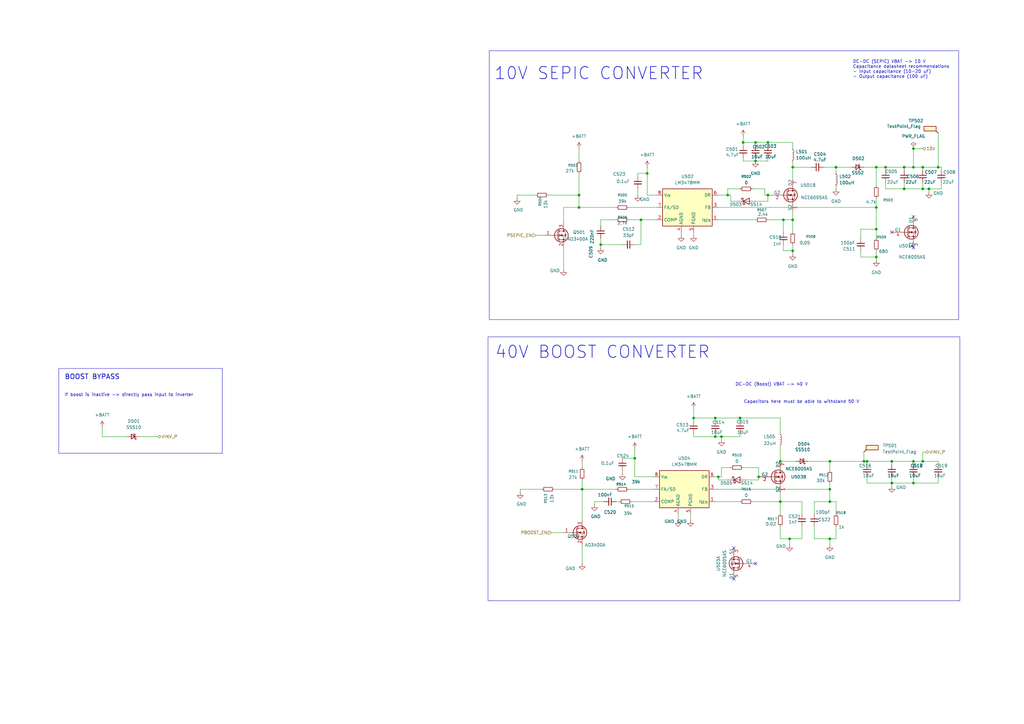
<source format=kicad_sch>
(kicad_sch (version 20250114) (generator "eeschema") (generator_version "9.0")
  (paper "A3")
  (rectangle (start 200.152 138.176) (end 393.7 246.38))
  (rectangle (start 200.66 20.828) (end 393.192 131.064))
  (rectangle (start 24.13 151.13) (end 91.186 185.928))
  (text "DC-DC (Boost) VBAT -> 40 V" (at 316.484 157.734 0) (effects (font (size 1.27 1.27))))
  (text "DC-DC (SEPIC) VBAT -> 10 V\nCapacitance datasheet recommendations\n- Input capacitance (10-20 uF)\n- Output capacitance (100 uF) " (at 349.758 28.448 0) (effects (font (size 1.27 1.27)) (justify left)))
  (text "10V SEPIC CONVERTER" (at 245.618 30.226 0) (effects (font (size 5 5) (thickness 0.254) (bold yes))))
  (text "Capacitors here must be able to withstand 50 V" (at 305.054 164.846 0) (effects (font (size 1.27 1.27)) (justify left)))
  (text "40V BOOST CONVERTER" (at 247.142 144.526 0) (effects (font (size 5 5) (thickness 0.254) (bold yes))))
  (text "If boost is inactive -> directly pass input to inverter" (at 26.416 162.052 0) (effects (font (size 1.27 1.27) (thickness 0.1588)) (justify left)))
  (text "BOOST BYPASS" (at 37.846 154.686 0) (effects (font (size 2 2) (thickness 0.254) (bold yes))))
  (junction (at 237.49 85.09))
  (junction (at 365.76 198.12))
  (junction (at 237.49 80.01))
  (junction (at 320.04 205.74))
  (junction (at 293.37 179.07))
  (junction (at 374.65 68.58))
  (junction (at 321.31 90.17))
  (junction (at 374.65 198.12))
  (junction (at 325.12 102.87))
  (junction (at 363.22 68.58))
  (junction (at 354.33 189.23))
  (junction (at 314.96 80.01))
  (junction (at 359.41 105.41))
  (junction (at 293.37 171.45))
  (junction (at 325.12 68.58))
  (junction (at 381 77.47))
  (junction (at 303.53 171.45))
  (junction (at 378.46 77.47))
  (junction (at 246.38 100.33))
  (junction (at 359.41 93.98))
  (junction (at 374.65 189.23))
  (junction (at 309.88 66.04))
  (junction (at 340.36 205.74))
  (junction (at 314.96 58.42))
  (junction (at 342.9 68.58))
  (junction (at 359.41 85.09))
  (junction (at 340.36 220.98))
  (junction (at 340.36 200.66))
  (junction (at 304.8 58.42))
  (junction (at 370.84 68.58))
  (junction (at 378.46 68.58))
  (junction (at 365.76 189.23))
  (junction (at 340.36 189.23))
  (junction (at 355.6 189.23))
  (junction (at 284.48 171.45))
  (junction (at 260.35 187.96))
  (junction (at 378.46 189.23))
  (junction (at 294.64 195.58))
  (junction (at 238.76 200.66))
  (junction (at 359.41 68.58))
  (junction (at 298.45 80.01))
  (junction (at 262.89 90.17))
  (junction (at 295.91 179.07))
  (junction (at 370.84 77.47))
  (junction (at 374.65 60.96))
  (junction (at 265.43 71.12))
  (junction (at 323.85 220.98))
  (junction (at 325.12 90.17))
  (junction (at 320.04 189.23))
  (junction (at 384.81 68.58))
  (junction (at 309.88 58.42))
  (junction (at 311.15 195.58))
  (no_connect (at 309.88 231.14))
  (no_connect (at 374.65 101.6))
  (no_connect (at 365.76 95.25))
  (no_connect (at 300.99 224.79))
  (no_connect (at 374.65 88.9))
  (no_connect (at 300.99 237.49))
  (wire (pts (xy 386.08 77.47) (xy 381 77.47)))
  (wire (pts (xy 325.12 60.96) (xy 325.12 58.42)))
  (wire (pts (xy 340.36 198.12) (xy 340.36 200.66)))
  (wire (pts (xy 261.62 71.12) (xy 265.43 71.12)))
  (wire (pts (xy 378.46 185.42) (xy 378.46 189.23)))
  (wire (pts (xy 384.81 54.61) (xy 384.81 68.58)))
  (wire (pts (xy 257.81 85.09) (xy 269.24 85.09)))
  (wire (pts (xy 294.64 195.58) (xy 294.64 196.85)))
  (wire (pts (xy 384.81 190.5) (xy 384.81 189.23)))
  (wire (pts (xy 238.76 231.14) (xy 238.76 223.52)))
  (wire (pts (xy 359.41 81.28) (xy 359.41 85.09)))
  (wire (pts (xy 237.49 85.09) (xy 252.73 85.09)))
  (wire (pts (xy 231.14 101.6) (xy 231.14 110.49)))
  (wire (pts (xy 41.91 175.26) (xy 41.91 179.07)))
  (wire (pts (xy 355.6 195.58) (xy 355.6 198.12)))
  (wire (pts (xy 293.37 195.58) (xy 294.64 195.58)))
  (wire (pts (xy 359.41 85.09) (xy 359.41 93.98)))
  (wire (pts (xy 325.12 66.04) (xy 325.12 68.58)))
  (wire (pts (xy 340.36 220.98) (xy 340.36 223.52)))
  (wire (pts (xy 246.38 92.71) (xy 246.38 90.17)))
  (wire (pts (xy 378.46 68.58) (xy 378.46 69.85)))
  (wire (pts (xy 243.84 205.74) (xy 247.65 205.74)))
  (wire (pts (xy 309.88 58.42) (xy 314.96 58.42)))
  (wire (pts (xy 359.41 68.58) (xy 363.22 68.58)))
  (wire (pts (xy 334.01 210.82) (xy 334.01 205.74)))
  (wire (pts (xy 381 77.47) (xy 378.46 77.47)))
  (wire (pts (xy 328.93 205.74) (xy 328.93 210.82)))
  (wire (pts (xy 386.08 69.85) (xy 386.08 68.58)))
  (wire (pts (xy 246.38 100.33) (xy 255.27 100.33)))
  (wire (pts (xy 293.37 200.66) (xy 340.36 200.66)))
  (wire (pts (xy 265.43 80.01) (xy 269.24 80.01)))
  (wire (pts (xy 293.37 171.45) (xy 293.37 172.72)))
  (wire (pts (xy 359.41 105.41) (xy 359.41 106.68)))
  (wire (pts (xy 265.43 68.58) (xy 265.43 71.12)))
  (wire (pts (xy 321.31 90.17) (xy 321.31 95.25)))
  (wire (pts (xy 303.53 179.07) (xy 303.53 177.8)))
  (wire (pts (xy 295.91 191.77) (xy 295.91 195.58)))
  (wire (pts (xy 320.04 189.23) (xy 326.39 189.23)))
  (wire (pts (xy 262.89 100.33) (xy 260.35 100.33)))
  (wire (pts (xy 378.46 189.23) (xy 384.81 189.23)))
  (wire (pts (xy 355.6 189.23) (xy 365.76 189.23)))
  (wire (pts (xy 370.84 68.58) (xy 370.84 69.85)))
  (wire (pts (xy 323.85 220.98) (xy 323.85 223.52)))
  (wire (pts (xy 294.64 90.17) (xy 309.88 90.17)))
  (wire (pts (xy 284.48 171.45) (xy 284.48 172.72)))
  (wire (pts (xy 306.07 196.85) (xy 311.15 196.85)))
  (wire (pts (xy 374.65 190.5) (xy 374.65 189.23)))
  (wire (pts (xy 303.53 172.72) (xy 303.53 171.45)))
  (wire (pts (xy 359.41 102.87) (xy 359.41 105.41)))
  (wire (pts (xy 302.26 82.55) (xy 299.72 82.55)))
  (wire (pts (xy 41.91 179.07) (xy 52.07 179.07)))
  (wire (pts (xy 262.89 90.17) (xy 262.89 100.33)))
  (wire (pts (xy 378.46 68.58) (xy 374.65 68.58)))
  (wire (pts (xy 304.8 66.04) (xy 304.8 64.77)))
  (wire (pts (xy 340.36 189.23) (xy 340.36 193.04)))
  (wire (pts (xy 374.65 195.58) (xy 374.65 198.12)))
  (wire (pts (xy 365.76 189.23) (xy 374.65 189.23)))
  (wire (pts (xy 325.12 100.33) (xy 325.12 102.87)))
  (wire (pts (xy 237.49 85.09) (xy 237.49 80.01)))
  (wire (pts (xy 325.12 68.58) (xy 332.74 68.58)))
  (wire (pts (xy 293.37 179.07) (xy 293.37 177.8)))
  (wire (pts (xy 334.01 220.98) (xy 340.36 220.98)))
  (wire (pts (xy 313.69 80.01) (xy 314.96 80.01)))
  (wire (pts (xy 353.06 97.79) (xy 353.06 93.98)))
  (wire (pts (xy 320.04 205.74) (xy 328.93 205.74)))
  (wire (pts (xy 337.82 68.58) (xy 342.9 68.58)))
  (wire (pts (xy 243.84 207.01) (xy 243.84 205.74)))
  (wire (pts (xy 246.38 100.33) (xy 246.38 101.6)))
  (wire (pts (xy 226.06 218.44) (xy 231.14 218.44)))
  (wire (pts (xy 238.76 213.36) (xy 238.76 200.66)))
  (wire (pts (xy 355.6 198.12) (xy 365.76 198.12)))
  (wire (pts (xy 304.8 66.04) (xy 309.88 66.04)))
  (wire (pts (xy 342.9 76.2) (xy 342.9 77.47)))
  (wire (pts (xy 386.08 74.93) (xy 386.08 77.47)))
  (wire (pts (xy 342.9 205.74) (xy 342.9 210.82)))
  (wire (pts (xy 278.13 210.82) (xy 278.13 213.36)))
  (wire (pts (xy 309.88 58.42) (xy 309.88 59.69)))
  (wire (pts (xy 384.81 198.12) (xy 374.65 198.12)))
  (wire (pts (xy 354.33 185.42) (xy 354.33 189.23)))
  (wire (pts (xy 325.12 86.36) (xy 325.12 90.17)))
  (wire (pts (xy 304.8 191.77) (xy 311.15 191.77)))
  (wire (pts (xy 295.91 191.77) (xy 299.72 191.77)))
  (wire (pts (xy 284.48 171.45) (xy 293.37 171.45)))
  (wire (pts (xy 219.71 96.52) (xy 223.52 96.52)))
  (wire (pts (xy 313.69 77.47) (xy 308.61 77.47)))
  (wire (pts (xy 363.22 68.58) (xy 370.84 68.58)))
  (wire (pts (xy 365.76 199.39) (xy 365.76 198.12)))
  (wire (pts (xy 309.88 66.04) (xy 309.88 64.77)))
  (wire (pts (xy 257.81 200.66) (xy 267.97 200.66)))
  (wire (pts (xy 257.81 90.17) (xy 262.89 90.17)))
  (wire (pts (xy 255.27 194.31) (xy 255.27 193.04)))
  (wire (pts (xy 342.9 205.74) (xy 340.36 205.74)))
  (wire (pts (xy 359.41 68.58) (xy 359.41 76.2)))
  (wire (pts (xy 353.06 93.98) (xy 359.41 93.98)))
  (wire (pts (xy 57.15 179.07) (xy 64.77 179.07)))
  (wire (pts (xy 261.62 71.12) (xy 261.62 72.39)))
  (wire (pts (xy 284.48 167.64) (xy 284.48 171.45)))
  (wire (pts (xy 231.14 85.09) (xy 237.49 85.09)))
  (wire (pts (xy 314.96 59.69) (xy 314.96 58.42)))
  (wire (pts (xy 260.35 187.96) (xy 260.35 195.58)))
  (wire (pts (xy 320.04 201.93) (xy 320.04 205.74)))
  (wire (pts (xy 246.38 90.17) (xy 252.73 90.17)))
  (wire (pts (xy 325.12 102.87) (xy 325.12 104.14)))
  (wire (pts (xy 321.31 100.33) (xy 321.31 102.87)))
  (wire (pts (xy 309.88 66.04) (xy 314.96 66.04)))
  (wire (pts (xy 259.08 205.74) (xy 267.97 205.74)))
  (wire (pts (xy 238.76 200.66) (xy 252.73 200.66)))
  (wire (pts (xy 303.53 77.47) (xy 298.45 77.47)))
  (wire (pts (xy 320.04 182.88) (xy 320.04 189.23)))
  (wire (pts (xy 304.8 58.42) (xy 309.88 58.42)))
  (wire (pts (xy 384.81 195.58) (xy 384.81 198.12)))
  (wire (pts (xy 260.35 184.15) (xy 260.35 187.96)))
  (wire (pts (xy 325.12 68.58) (xy 325.12 73.66)))
  (wire (pts (xy 378.46 74.93) (xy 378.46 77.47)))
  (wire (pts (xy 374.65 189.23) (xy 378.46 189.23)))
  (wire (pts (xy 298.45 80.01) (xy 299.72 80.01)))
  (wire (pts (xy 365.76 198.12) (xy 374.65 198.12)))
  (wire (pts (xy 353.06 105.41) (xy 359.41 105.41)))
  (wire (pts (xy 311.15 191.77) (xy 311.15 195.58)))
  (wire (pts (xy 261.62 80.01) (xy 261.62 77.47)))
  (wire (pts (xy 295.91 180.34) (xy 295.91 179.07)))
  (wire (pts (xy 314.96 66.04) (xy 314.96 64.77)))
  (wire (pts (xy 379.73 185.42) (xy 378.46 185.42)))
  (wire (pts (xy 303.53 171.45) (xy 320.04 171.45)))
  (wire (pts (xy 224.79 80.01) (xy 237.49 80.01)))
  (wire (pts (xy 340.36 200.66) (xy 340.36 205.74)))
  (wire (pts (xy 246.38 97.79) (xy 246.38 100.33)))
  (wire (pts (xy 342.9 68.58) (xy 342.9 71.12)))
  (wire (pts (xy 359.41 93.98) (xy 359.41 97.79)))
  (wire (pts (xy 284.48 179.07) (xy 284.48 177.8)))
  (wire (pts (xy 295.91 179.07) (xy 303.53 179.07)))
  (wire (pts (xy 370.84 74.93) (xy 370.84 77.47)))
  (wire (pts (xy 334.01 215.9) (xy 334.01 220.98)))
  (wire (pts (xy 320.04 215.9) (xy 320.04 220.98)))
  (wire (pts (xy 227.33 200.66) (xy 238.76 200.66)))
  (wire (pts (xy 299.72 80.01) (xy 299.72 82.55)))
  (wire (pts (xy 265.43 71.12) (xy 265.43 80.01)))
  (wire (pts (xy 313.69 77.47) (xy 313.69 80.01)))
  (wire (pts (xy 314.96 82.55) (xy 314.96 80.01)))
  (wire (pts (xy 355.6 189.23) (xy 355.6 190.5)))
  (wire (pts (xy 237.49 60.96) (xy 237.49 66.04)))
  (wire (pts (xy 212.09 80.01) (xy 219.71 80.01)))
  (wire (pts (xy 354.33 189.23) (xy 355.6 189.23)))
  (wire (pts (xy 294.64 195.58) (xy 295.91 195.58)))
  (wire (pts (xy 384.81 68.58) (xy 378.46 68.58)))
  (wire (pts (xy 381 78.74) (xy 381 77.47)))
  (wire (pts (xy 323.85 220.98) (xy 328.93 220.98)))
  (wire (pts (xy 342.9 68.58) (xy 349.25 68.58)))
  (wire (pts (xy 238.76 189.23) (xy 238.76 191.77)))
  (wire (pts (xy 304.8 58.42) (xy 304.8 59.69)))
  (wire (pts (xy 331.47 189.23) (xy 340.36 189.23)))
  (wire (pts (xy 325.12 58.42) (xy 314.96 58.42)))
  (wire (pts (xy 298.45 77.47) (xy 298.45 80.01)))
  (wire (pts (xy 283.21 210.82) (xy 283.21 213.36)))
  (wire (pts (xy 284.48 96.52) (xy 284.48 95.25)))
  (wire (pts (xy 252.73 205.74) (xy 254 205.74)))
  (wire (pts (xy 314.96 80.01) (xy 316.23 80.01)))
  (wire (pts (xy 363.22 77.47) (xy 370.84 77.47)))
  (wire (pts (xy 293.37 179.07) (xy 295.91 179.07)))
  (wire (pts (xy 370.84 68.58) (xy 374.65 68.58)))
  (wire (pts (xy 294.64 196.85) (xy 298.45 196.85)))
  (wire (pts (xy 309.88 82.55) (xy 314.96 82.55)))
  (wire (pts (xy 284.48 179.07) (xy 293.37 179.07)))
  (wire (pts (xy 378.46 77.47) (xy 370.84 77.47)))
  (wire (pts (xy 328.93 215.9) (xy 328.93 220.98)))
  (wire (pts (xy 354.33 68.58) (xy 359.41 68.58)))
  (wire (pts (xy 294.64 85.09) (xy 359.41 85.09)))
  (wire (pts (xy 213.36 200.66) (xy 222.25 200.66)))
  (wire (pts (xy 321.31 90.17) (xy 314.96 90.17)))
  (wire (pts (xy 311.15 196.85) (xy 311.15 195.58)))
  (wire (pts (xy 238.76 196.85) (xy 238.76 200.66)))
  (wire (pts (xy 365.76 195.58) (xy 365.76 198.12)))
  (wire (pts (xy 363.22 69.85) (xy 363.22 68.58)))
  (wire (pts (xy 212.09 81.28) (xy 212.09 80.01)))
  (wire (pts (xy 237.49 71.12) (xy 237.49 80.01)))
  (wire (pts (xy 374.65 60.96) (xy 374.65 68.58)))
  (wire (pts (xy 213.36 201.93) (xy 213.36 200.66)))
  (wire (pts (xy 293.37 205.74) (xy 303.53 205.74)))
  (wire (pts (xy 260.35 195.58) (xy 267.97 195.58)))
  (wire (pts (xy 231.14 91.44) (xy 231.14 85.09)))
  (wire (pts (xy 321.31 90.17) (xy 325.12 90.17)))
  (wire (pts (xy 321.31 102.87) (xy 325.12 102.87)))
  (wire (pts (xy 353.06 102.87) (xy 353.06 105.41)))
  (wire (pts (xy 304.8 55.88) (xy 304.8 58.42)))
  (wire (pts (xy 342.9 220.98) (xy 340.36 220.98)))
  (wire (pts (xy 365.76 189.23) (xy 365.76 190.5)))
  (wire (pts (xy 323.85 220.98) (xy 320.04 220.98)))
  (wire (pts (xy 342.9 215.9) (xy 342.9 220.98)))
  (wire (pts (xy 262.89 90.17) (xy 269.24 90.17)))
  (wire (pts (xy 334.01 205.74) (xy 340.36 205.74)))
  (wire (pts (xy 325.12 90.17) (xy 325.12 95.25)))
  (wire (pts (xy 293.37 171.45) (xy 303.53 171.45)))
  (wire (pts (xy 340.36 189.23) (xy 354.33 189.23)))
  (wire (pts (xy 378.46 60.96) (xy 374.65 60.96)))
  (wire (pts (xy 384.81 68.58) (xy 386.08 68.58)))
  (wire (pts (xy 363.22 74.93) (xy 363.22 77.47)))
  (wire (pts (xy 320.04 205.74) (xy 320.04 210.82)))
  (wire (pts (xy 308.61 205.74) (xy 320.04 205.74)))
  (wire (pts (xy 294.64 80.01) (xy 298.45 80.01)))
  (wire (pts (xy 255.27 187.96) (xy 260.35 187.96)))
  (wire (pts (xy 279.4 96.52) (xy 279.4 95.25)))
  (wire (pts (xy 320.04 171.45) (xy 320.04 177.8)))
  (hierarchical_label "PSEPIC_EN" (shape input) (at 219.71 96.52 180))
  (hierarchical_label "VINV_P" (shape bidirectional) (at 379.73 185.42 0))
  (hierarchical_label "10V" (shape bidirectional) (at 378.46 60.96 0))
  (hierarchical_label "VINV_P" (shape bidirectional) (at 64.77 179.07 0))
  (hierarchical_label "PBOOST_EN" (shape input) (at 226.06 218.44 180))
  (symbol (lib_id "Device:C_Small") (at 303.53 175.26 0) (unit 1)
    (property "Reference" "C515" (at 302.006 172.974 0) (effects (justify left)))
    (property "Value" "10uF" (at 302.26 177.292 0) (effects (justify left)))
    (property "Footprint" "Capacitor_SMD:C_0805_2012Metric" (effects (hide yes)))
    (property "Datasheet" "https://jlcpcb.com/api/file/downloadByFileSystemAccessId/8588884955182718976" (effects (hide yes)))
    (property "Description" "X5R, 50V max" (effects (hide yes)))
    (property "LPN" "C440198" (effects (hide yes)))
    (property "MPN" "GRM21BR61H106KE43L" (effects (hide yes)))
  )
  (symbol (lib_id "power:GND") (at 342.9 77.47 0) (unit 1)
    (property "Reference" "#PWR0510" (effects (hide yes)))
    (property "Value" "GND" (at 342.9 82.55 0))
    (property "Description" "Power symbol creates a global label with name \"GND\" , ground" (effects (hide yes)))
  )
  (symbol (lib_id "power:GND") (at 381 78.74 0) (unit 1)
    (property "Reference" "#PWR0511" (effects (hide yes)))
    (property "Value" "GND" (at 384.81 79.248 0))
    (property "Description" "Power symbol creates a global label with name \"GND\" , ground" (effects (hide yes)))
  )
  (symbol (lib_id "Device:L_Small") (at 320.04 180.34 0) (unit 1)
    (property "Reference" "L505" (at 313.182 179.07 0) (effects (justify left)))
    (property "Value" "22uH" (at 313.182 181.864 0) (effects (justify left)))
    (property "Footprint" "iw-inductor:PA4343.223NLT" (effects (hide yes)))
    (property "Datasheet" "https://jlcpcb.com/api/file/downloadByFileSystemAccessId/8589814522518679552" (effects (hide yes)))
    (property "Description" "32.5 mOhm, 12 A Imax, 9 A Irms, 200 Vdc" (effects (hide yes)))
    (property "LPN" "C2453841" (effects (hide yes)))
    (property "MPN" "PA4343.223NLT " (effects (hide yes)))
  )
  (symbol (lib_name "AO3400A_1") (lib_id "Transistor_FET:AO3400A") (at 228.6 96.52 0) (unit 1)
    (property "Reference" "Q501" (at 234.95 95.2499 0) (effects (justify left)))
    (property "Value" "AO3400A" (at 232.664 98.044 0) (effects (justify left)))
    (property "Footprint" "Package_TO_SOT_SMD:SOT-23" (effects (hide yes)))
    (property "Datasheet" "http://www.aosmd.com/pdfs/datasheet/AO3400A.pdf" (effects (hide yes)))
    (property "Description" "30V Vds, 5.7A Id, N-Channel MOSFET, SOT-23" (effects (hide yes)))
  )
  (symbol (lib_id "Regulator_Controller:LM3478MM") (at 280.67 200.66 0) (unit 1)
    (property "Reference" "U504" (at 280.67 187.96 0))
    (property "Value" "LM3478MM" (at 280.67 190.5 0))
    (property "Footprint" "Package_SO:VSSOP-8_3x3mm_P0.65mm" (effects (hide yes)))
    (property "Datasheet" "https://www.ti.com/lit/gpn/lm3478" (effects (hide yes)))
    (property "Description" "2.97~40V Wide Input Range Boost/SEPIC/Flyback DC-DC Controller, VSSOP-8" (effects (hide yes)))
    (property "LPN" "C404045" (effects (hide yes)))
    (property "MPN" "LM3478MMX/NOPB " (effects (hide yes)))
  )
  (symbol (lib_id "Device:C_Small") (at 246.38 95.25 0) (unit 1)
    (property "Reference" "C509" (at 242.316 103.378 90))
    (property "Value" "220nF" (at 242.824 97.028 90))
    (property "Footprint" "Capacitor_SMD:C_0603_1608Metric" (effects (hide yes)))
    (property "Datasheet" "https://jlcpcb.com/api/file/downloadByFileSystemAccessId/8579707116065640448" (effects (hide yes)))
    (property "Description" "Unpolarized capacitor, small symbol" (effects (hide yes)))
  )
  (symbol (lib_id "custom_mosfet:NCE6005AS") (at 374.65 95.25 0) (unit 1)
    (property "Reference" "U501" (at 368.554 100.838 0) (effects (justify left)))
    (property "Value" "NCE6005AS" (at 368.554 105.41 0) (effects (justify left)))
    (property "Footprint" "Package_SO:SOP-8-1EP_4.57x4.57mm_P1.27mm_EP4.57x4.45mm_ThermalVias" (effects (hide yes)))
    (property "Datasheet" "https://jlcpcb.com/api/file/downloadByFileSystemAccessId/8588881119395647488" (effects (hide yes)))
    (property "Description" "Dual N-channel Power MOSFET." (effects (hide yes)))
    (property "MPN" "NCE6005AS" (effects (hide yes)))
    (property "LPN" "C126151" (effects (hide yes)))
  )
  (symbol (lib_id "Regulator_Controller:LM3478MM") (at 281.94 85.09 0) (unit 1)
    (property "Reference" "U502" (at 281.94 72.39 0))
    (property "Value" "LM3478MM" (at 281.94 74.93 0))
    (property "Footprint" "Package_SO:VSSOP-8_3x3mm_P0.65mm" (effects (hide yes)))
    (property "Datasheet" "https://www.ti.com/lit/gpn/lm3478" (effects (hide yes)))
    (property "Description" "2.97~40V Wide Input Range Boost/SEPIC/Flyback DC-DC Controller, VSSOP-8" (effects (hide yes)))
    (property "LPN" "C404045" (effects (hide yes)))
    (property "MPN" "LM3478MMX/NOPB " (effects (hide yes)))
  )
  (symbol (lib_id "Device:C_Small") (at 328.93 213.36 0) (unit 1)
    (property "Reference" "C521" (at 323.342 211.836 0) (effects (justify left)))
    (property "Value" "1nF" (at 323.342 214.122 0) (effects (justify left)))
    (property "Footprint" "Capacitor_SMD:C_0402_1005Metric" (effects (hide yes)))
    (property "Datasheet" "https://jlcpcb.com/api/file/downloadByFileSystemAccessId/8579707280333258752" (effects (hide yes)))
    (property "Description" "Unpolarized capacitor, small symbol" (effects (hide yes)))
    (property "LPN" "C1523" (effects (hide yes)))
    (property "MPN" "0402B102K500NT" (effects (hide yes)))
  )
  (symbol (lib_id "custom_mosfet:NCE6005AS") (at 320.04 195.58 0) (unit 2)
    (property "Reference" "U503" (at 324.358 195.58 0) (effects (justify left)))
    (property "Value" "NCE6005AS" (at 322.072 192.278 0) (effects (justify left)))
    (property "Footprint" "Package_SO:SOP-8-1EP_4.57x4.57mm_P1.27mm_EP4.57x4.45mm_ThermalVias" (effects (hide yes)))
    (property "Datasheet" "https://jlcpcb.com/api/file/downloadByFileSystemAccessId/8588881119395647488" (effects (hide yes)))
    (property "Description" "Dual N-channel Power MOSFET." (effects (hide yes)))
    (property "MPN" "NCE6005AS" (effects (hide yes)))
    (property "LPN" "C126151" (effects (hide yes)))
  )
  (symbol (lib_id "Device:R_Small") (at 320.04 213.36 0) (unit 1)
    (property "Reference" "R517" (at 314.706 212.852 0) (effects (font (size 1.016 1.016)) (justify left)))
    (property "Value" "0.02" (at 313.944 214.884 0) (effects (justify left)))
    (property "Footprint" "Resistor_SMD:R_1206_3216Metric_Pad1.30x1.75mm_HandSolder" (effects (hide yes)))
    (property "Datasheet" "https://jlcpcb.com/api/file/downloadByFileSystemAccessId/8588919886081110016" (effects (hide yes)))
    (property "Description" "+-1%, 333mW" (effects (hide yes)))
    (property "MPN" "1206W3F200MT5E" (effects (hide yes)))
    (property "LPN" "C2765435" (effects (hide yes)))
  )
  (symbol (lib_id "Device:R_Small") (at 359.41 78.74 0) (unit 1)
    (property "Reference" "R503" (at 362.204 82.042 0) (effects (font (size 1.016 1.016)) (justify left)))
    (property "Value" "4.7k" (at 355.092 82.804 0) (effects (justify left)))
    (property "Footprint" "Resistor_SMD:R_0603_1608Metric" (effects (hide yes)))
    (property "Datasheet" "https://jlcpcb.com/api/file/downloadByFileSystemAccessId/8579706251506339840" (effects (hide yes)))
    (property "Description" "+1%, 0.1W" (effects (hide yes)))
    (property "LPN" "C23162" (effects (hide yes)))
    (property "MPN" "0603WAF4701T5E" (effects (hide yes)))
  )
  (symbol (lib_id "power:GND") (at 295.91 180.34 0) (unit 1)
    (property "Reference" "#PWR0520" (effects (hide yes)))
    (property "Value" "GND" (at 295.91 185.42 0))
    (property "Description" "Power symbol creates a global label with name \"GND\" , ground" (effects (hide yes)))
  )
  (symbol (lib_id "Device:C_Small") (at 250.19 205.74 270) (unit 1)
    (property "Reference" "C520" (at 247.65 210.058 90) (effects (justify left)))
    (property "Value" "100nF" (at 245.11 202.946 90) (effects (justify left)))
    (property "Footprint" "Capacitor_SMD:C_0603_1608Metric" (effects (hide yes)))
    (property "Datasheet" "https://jlcpcb.com/api/file/downloadByFileSystemAccessId/8579707083955945472" (effects (hide yes)))
    (property "Description" "X7R, +-10%" (effects (hide yes)))
    (property "LPN" "C14663" (effects (hide yes)))
    (property "MPN" "CC0603KRX7R9BB104" (effects (hide yes)))
  )
  (symbol (lib_id "Device:R_Small") (at 340.36 195.58 0) (unit 1)
    (property "Reference" "R512" (at 335.788 194.818 0) (effects (font (size 1.016 1.016)) (justify left)))
    (property "Value" "30k" (at 334.772 197.104 0) (effects (justify left)))
    (property "Footprint" "Resistor_SMD:R_0603_1608Metric" (effects (hide yes)))
    (property "Datasheet" "https://jlcpcb.com/api/file/downloadByFileSystemAccessId/8579706251506339840" (effects (hide yes)))
    (property "Description" "+1%, 0.1W" (effects (hide yes)))
    (property "LPN" "C22984" (effects (hide yes)))
    (property "MPN" "0603WAF3002T5E" (effects (hide yes)))
  )
  (symbol (lib_id "Device:C_Small") (at 386.08 72.39 0) (unit 1)
    (property "Reference" "C508" (at 386.842 70.612 0) (effects (justify left)))
    (property "Value" "22uF" (at 386.588 74.676 0) (effects (justify left)))
    (property "Footprint" "Capacitor_SMD:C_0805_2012Metric" (effects (hide yes)))
    (property "Datasheet" "https://jlcpcb.com/api/file/downloadByFileSystemAccessId/8579706866429190144" (effects (hide yes)))
    (property "Description" "X5R, 25V" (effects (hide yes)))
    (property "LPN" "C45783" (effects (hide yes)))
    (property "MPN" "CL21A226MAQNNNE" (effects (hide yes)))
  )
  (symbol (lib_id "power:GND") (at 255.27 194.31 0) (unit 1)
    (property "Reference" "#PWR0504" (effects (hide yes)))
    (property "Value" "GND" (at 250.444 196.342 0))
    (property "Description" "Power symbol creates a global label with name \"GND\" , ground" (effects (hide yes)))
  )
  (symbol (lib_id "Device:C_Small") (at 353.06 100.33 0) (unit 1)
    (property "Reference" "C511" (at 345.694 102.108 0) (effects (justify left)))
    (property "Value" "100pF" (at 344.678 99.568 0) (effects (justify left)))
    (property "Footprint" "Capacitor_SMD:C_0402_1005Metric" (effects (hide yes)))
    (property "Datasheet" "https://jlcpcb.com/api/file/downloadByFileSystemAccessId/8579707280333258752" (effects (hide yes)))
    (property "Description" "Unpolarized capacitor, small symbol" (effects (hide yes)))
    (property "LPN" "C1546" (effects (hide yes)))
    (property "MPN" "0402CG101J500NT" (effects (hide yes)))
  )
  (symbol (lib_id "power:PWR_FLAG") (at 374.65 60.96 0) (unit 1)
    (property "Reference" "#FLG0501" (effects (hide yes)))
    (property "Value" "PWR_FLAG" (at 374.65 55.88 0))
    (property "Description" "Special symbol for telling ERC where power comes from" (effects (hide yes)))
  )
  (symbol (lib_id "power:+BATT") (at 265.43 68.58 0) (unit 1)
    (property "Reference" "#PWR0509" (effects (hide yes)))
    (property "Value" "+BATT" (at 265.43 63.5 0))
    (property "Description" "Power symbol creates a global label with name \"+BATT\"" (effects (hide yes)))
  )
  (symbol (lib_id "Device:L_Small") (at 342.9 73.66 0) (unit 1)
    (property "Reference" "L502" (at 344.17 72.3899 0) (effects (justify left)))
    (property "Value" "100uH" (at 344.17 74.9299 0) (effects (justify left)))
    (property "Footprint" "iw-inductor:PSPMAA1050H-101M-ANP" (effects (hide yes)))
    (property "Datasheet" "https://jlcpcb.com/api/file/downloadByFileSystemAccessId/8588935627815862272" (effects (hide yes)))
    (property "Description" "+-20%, DCR 0.25, Isat_rms=3A" (effects (hide yes)))
    (property "LPN" "C5273830" (effects (hide yes)))
    (property "MPN" "PSPMAA1050H-101M-ANP " (effects (hide yes)))
  )
  (symbol (lib_id "power:GND") (at 283.21 213.36 0) (unit 1)
    (property "Reference" "#PWR0528" (effects (hide yes)))
    (property "Value" "GND" (at 279.654 213.868 0))
    (property "Description" "Power symbol creates a global label with name \"GND\" , ground" (effects (hide yes)))
  )
  (symbol (lib_id "power:GND") (at 279.4 96.52 0) (unit 1)
    (property "Reference" "#PWR0514" (effects (hide yes)))
    (property "Value" "GND" (at 279.4 101.6 0))
    (property "Description" "Power symbol creates a global label with name \"GND\" , ground" (effects (hide yes)))
  )
  (symbol (lib_id "Device:R_Small") (at 342.9 213.36 0) (unit 1)
    (property "Reference" "R518" (at 342.9 210.312 0) (effects (font (size 1.016 1.016)) (justify left)))
    (property "Value" "1k" (at 343.916 216.154 0) (effects (justify left)))
    (property "Footprint" "Resistor_SMD:R_0603_1608Metric" (effects (hide yes)))
    (property "Datasheet" "https://jlcpcb.com/api/file/downloadByFileSystemAccessId/8579706305709604864" (effects (hide yes)))
    (property "Description" "+-1%, 0.1W" (effects (hide yes)))
    (property "LPN" "C21190" (effects (hide yes)))
    (property "MPN" "0603WAF1001T5E" (effects (hide yes)))
  )
  (symbol (lib_id "Device:R_Small") (at 238.76 194.31 0) (unit 1)
    (property "Reference" "R511" (at 233.172 193.294 0) (effects (font (size 1.016 1.016)) (justify left)))
    (property "Value" "27k" (at 233.172 195.834 0) (effects (justify left)))
    (property "Footprint" "Resistor_SMD:R_0603_1608Metric" (effects (hide yes)))
    (property "Datasheet" "https://jlcpcb.com/api/file/downloadByFileSystemAccessId/8579706251506339840" (effects (hide yes)))
    (property "Description" "+1%, 0.1W" (effects (hide yes)))
    (property "LPN" "C22967" (effects (hide yes)))
    (property "MPN" "0603WAF2702T5E" (effects (hide yes)))
  )
  (symbol (lib_id "Device:R_Small") (at 237.49 68.58 0) (unit 1)
    (property "Reference" "R501" (at 232.918 67.818 0) (effects (font (size 1.016 1.016)) (justify left)))
    (property "Value" "27k" (at 231.902 70.104 0) (effects (justify left)))
    (property "Footprint" "Resistor_SMD:R_0603_1608Metric" (effects (hide yes)))
    (property "Datasheet" "https://jlcpcb.com/api/file/downloadByFileSystemAccessId/8579706251506339840" (effects (hide yes)))
    (property "Description" "+1%, 0.1W" (effects (hide yes)))
    (property "LPN" "C22967" (effects (hide yes)))
    (property "MPN" "0603WAF2702T5E" (effects (hide yes)))
  )
  (symbol (lib_id "Device:R_Small") (at 306.07 205.74 90) (unit 1)
    (property "Reference" "R516" (at 306.07 200.66 90) (effects (font (size 1.016 1.016))))
    (property "Value" "0" (at 306.07 203.2 90))
    (property "Footprint" "Resistor_SMD:R_0603_1608Metric_Pad0.98x0.95mm_HandSolder" (effects (hide yes)))
    (property "Datasheet" "https://jlcpcb.com/api/file/downloadByFileSystemAccessId/8588882001185148928" (effects (hide yes)))
    (property "Description" "100mW, change to damping resistor" (effects (hide yes)))
    (property "LPN" "C15402" (effects (hide yes)))
    (property "MPN" "0603WAJ0000T5E" (effects (hide yes)))
  )
  (symbol (lib_id "power:+BATT") (at 41.91 175.26 0) (unit 1)
    (property "Reference" "#PWR0503" (effects (hide yes)))
    (property "Value" "+BATT" (at 41.91 170.18 0))
    (property "Description" "Power symbol creates a global label with name \"+BATT\"" (effects (hide yes)))
  )
  (symbol (lib_id "Device:R_Small") (at 222.25 80.01 90) (unit 1)
    (property "Reference" "R504" (at 221.488 84.582 0) (effects (font (size 1.016 1.016)) (justify left)))
    (property "Value" "13k" (at 223.774 85.598 0) (effects (justify left)))
    (property "Footprint" "Resistor_SMD:R_0603_1608Metric" (effects (hide yes)))
    (property "Datasheet" "https://jlcpcb.com/api/file/downloadByFileSystemAccessId/8579706251506339840" (effects (hide yes)))
    (property "Description" "+1%, 0.1W" (effects (hide yes)))
    (property "LPN" "C22797" (effects (hide yes)))
    (property "MPN" "0603WAF1302T5E" (effects (hide yes)))
  )
  (symbol (lib_id "power:GND") (at 246.38 101.6 0) (unit 1)
    (property "Reference" "#PWR0517" (effects (hide yes)))
    (property "Value" "GND" (at 247.142 106.68 0))
    (property "Description" "Power symbol creates a global label with name \"GND\" , ground" (effects (hide yes)))
  )
  (symbol (lib_id "Device:C_Small") (at 321.31 97.79 0) (unit 1)
    (property "Reference" "C510" (at 315.468 97.282 0) (effects (justify left)))
    (property "Value" "1nF" (at 316.992 100.076 0) (effects (justify left)))
    (property "Footprint" "Capacitor_SMD:C_0402_1005Metric" (effects (hide yes)))
    (property "Datasheet" "https://jlcpcb.com/api/file/downloadByFileSystemAccessId/8579707280333258752" (effects (hide yes)))
    (property "Description" "Unpolarized capacitor, small symbol" (effects (hide yes)))
    (property "LPN" "C1523" (effects (hide yes)))
    (property "MPN" "0402B102K500NT" (effects (hide yes)))
  )
  (symbol (lib_id "Device:C_Small") (at 355.6 193.04 0) (unit 1)
    (property "Reference" "C516" (at 352.298 191.008 0) (effects (justify left)))
    (property "Value" "10uF" (at 353.822 195.072 0) (effects (justify left)))
    (property "Footprint" "Capacitor_SMD:C_0805_2012Metric" (effects (hide yes)))
    (property "Datasheet" "https://jlcpcb.com/api/file/downloadByFileSystemAccessId/8588884955182718976" (effects (hide yes)))
    (property "Description" "X5R, 50V max" (effects (hide yes)))
    (property "LPN" "C440198" (effects (hide yes)))
    (property "MPN" "GRM21BR61H106KE43L" (effects (hide yes)))
  )
  (symbol (lib_id "Connector:TestPoint_Flag") (at 384.81 54.61 0) (mirror y) (unit 1)
    (property "Reference" "TP502" (at 378.714 49.53 0) (effects (justify left)))
    (property "Value" "TestPoint_Flag" (at 377.698 51.816 0) (effects (justify left)))
    (property "Footprint" "TestPoint:TestPoint_THTPad_D2.0mm_Drill1.0mm" (effects (hide yes)))
    (property "Description" "test point (alternative flag-style design)" (effects (hide yes)))
  )
  (symbol (lib_id "Device:C_Small") (at 255.27 190.5 0) (mirror y) (unit 1)
    (property "Reference" "C524" (at 258.064 186.944 0) (effects (justify left)))
    (property "Value" "0.1uF" (at 251.968 189.992 0) (effects (justify left)))
    (property "Footprint" "Capacitor_SMD:C_0402_1005Metric" (effects (hide yes)))
    (property "Datasheet" "https://jlcpcb.com/api/file/downloadByFileSystemAccessId/8603345729432014848" (effects (hide yes)))
    (property "Description" "Unpolarized capacitor, small symbol" (effects (hide yes)))
    (property "LPN" "C307331" (effects (hide yes)))
    (property "MPN" "CL05B104KB54PNC" (effects (hide yes)))
  )
  (symbol (lib_id "Device:C_Small") (at 335.28 68.58 90) (unit 1)
    (property "Reference" "C504" (at 336.296 63.246 90))
    (property "Value" "4.7uF" (at 336.296 65.532 90))
    (property "Footprint" "Capacitor_SMD:C_1206_3216Metric" (effects (hide yes)))
    (property "Datasheet" "https://jlcpcb.com/api/file/downloadByFileSystemAccessId/8579707362602500096" (effects (hide yes)))
    (property "Description" "X7R, 50V" (effects (hide yes)))
    (property "LPN" "C29823" (effects (hide yes)))
    (property "MPN" "1206B475K500NT" (effects (hide yes)))
  )
  (symbol (lib_id "Device:C_Small") (at 374.65 193.04 0) (unit 1)
    (property "Reference" "C518" (at 373.38 191.008 0) (effects (justify left)))
    (property "Value" "10uF" (at 372.872 195.072 0) (effects (justify left)))
    (property "Footprint" "Capacitor_SMD:C_0805_2012Metric" (effects (hide yes)))
    (property "Datasheet" "https://jlcpcb.com/api/file/downloadByFileSystemAccessId/8588884955182718976" (effects (hide yes)))
    (property "Description" "X5R, 50V max" (effects (hide yes)))
    (property "LPN" "C440198" (effects (hide yes)))
    (property "MPN" "GRM21BR61H106KE43L" (effects (hide yes)))
  )
  (symbol (lib_id "Device:C_Small") (at 309.88 62.23 0) (unit 1)
    (property "Reference" "C502" (at 308.61 60.198 0) (effects (justify left)))
    (property "Value" "10uF" (at 308.102 64.262 0) (effects (justify left)))
    (property "Footprint" "Capacitor_SMD:C_0805_2012Metric" (effects (hide yes)))
    (property "Datasheet" "https://jlcpcb.com/api/file/downloadByFileSystemAccessId/8588884955182718976" (effects (hide yes)))
    (property "Description" "X5R, 50V max" (effects (hide yes)))
    (property "LPN" "C440198" (effects (hide yes)))
    (property "MPN" "GRM21BR61H106KE43L" (effects (hide yes)))
  )
  (symbol (lib_id "Device:D_Schottky_Small") (at 351.79 68.58 180) (unit 1)
    (property "Reference" "D502" (at 352.044 65.024 0))
    (property "Value" "SS52" (at 351.79 70.866 0))
    (property "Footprint" "Diode_SMD:D_SMA-SMB_Universal_Handsoldering" (effects (hide yes)))
    (property "Datasheet" "https://jlcpcb.com/api/file/downloadByFileSystemAccessId/8579707587489042432" (effects (hide yes)))
    (property "Description" "Vf 0.55, If 5A" (effects (hide yes)))
    (property "MPN" "SS54" (effects (hide yes)))
    (property "LPN" "C22452" (effects (hide yes)))
  )
  (symbol (lib_id "custom_mosfet:NCE6005AS") (at 325.12 80.01 0) (unit 2)
    (property "Reference" "U501" (at 328.168 75.946 0) (effects (justify left)))
    (property "Value" "NCE6005AS" (at 328.422 81.026 0) (effects (justify left)))
    (property "Footprint" "Package_SO:SOP-8-1EP_4.57x4.57mm_P1.27mm_EP4.57x4.45mm_ThermalVias" (effects (hide yes)))
    (property "Datasheet" "https://jlcpcb.com/api/file/downloadByFileSystemAccessId/8588881119395647488" (effects (hide yes)))
    (property "Description" "Dual N-channel Power MOSFET." (effects (hide yes)))
    (property "MPN" "NCE6005AS" (effects (hide yes)))
    (property "LPN" "C126151" (effects (hide yes)))
  )
  (symbol (lib_id "Device:R_Small") (at 224.79 200.66 90) (unit 1)
    (property "Reference" "R513" (at 223.774 206.502 0) (effects (font (size 1.016 1.016)) (justify left)))
    (property "Value" "13k" (at 226.314 206.248 0) (effects (justify left)))
    (property "Footprint" "Resistor_SMD:R_0603_1608Metric" (effects (hide yes)))
    (property "Datasheet" "https://jlcpcb.com/api/file/downloadByFileSystemAccessId/8579706251506339840" (effects (hide yes)))
    (property "Description" "+1%, 0.1W" (effects (hide yes)))
    (property "LPN" "C22797" (effects (hide yes)))
    (property "MPN" "0603WAF1302T5E" (effects (hide yes)))
  )
  (symbol (lib_id "power:GND") (at 238.76 231.14 0) (unit 1)
    (property "Reference" "#PWR0531" (effects (hide yes)))
    (property "Value" "GND" (at 233.934 233.172 0))
    (property "Description" "Power symbol creates a global label with name \"GND\" , ground" (effects (hide yes)))
  )
  (symbol (lib_id "Diode:SS14") (at 306.07 82.55 0) (unit 1)
    (property "Reference" "D503" (at 301.752 83.82 0))
    (property "Value" "SS14" (at 310.134 83.82 0))
    (property "Footprint" "Diode_SMD:D_SMA" (effects (hide yes)))
    (property "Datasheet" "https://www.vishay.com/docs/88746/ss12.pdf" (effects (hide yes)))
    (property "Description" "40V 1A Schottky Diode, SMA" (effects (hide yes)))
    (property "LPN" "C2480" (effects (hide yes)))
    (property "MPN" "SS14" (effects (hide yes)))
  )
  (symbol (lib_id "Device:R_Small") (at 255.27 85.09 90) (unit 1)
    (property "Reference" "R505" (at 255.27 80.01 90) (effects (font (size 1.016 1.016))))
    (property "Value" "39k" (at 255.27 82.55 90))
    (property "Footprint" "Resistor_SMD:R_0603_1608Metric" (effects (hide yes)))
    (property "Datasheet" "https://jlcpcb.com/api/file/downloadByFileSystemAccessId/8579706240219467776" (effects (hide yes)))
    (property "Description" "Resistor, small symbol" (effects (hide yes)))
    (property "MPN" "0603WAF3902T5E" (effects (hide yes)))
    (property "LPN" "C23153" (effects (hide yes)))
  )
  (symbol (lib_id "Device:R_Small") (at 312.42 90.17 90) (unit 1)
    (property "Reference" "R507" (at 312.42 86.106 90) (effects (font (size 1.016 1.016))))
    (property "Value" "2.4k" (at 312.928 87.884 90))
    (property "Footprint" "Resistor_SMD:R_0805_2012Metric_Pad1.20x1.40mm_HandSolder" (effects (hide yes)))
    (property "Datasheet" "https://jlcpcb.com/api/file/downloadByFileSystemAccessId/8579706511444410368" (effects (hide yes)))
    (property "Description" "Rsl" (effects (hide yes)))
    (property "MPN" "0805W8F2401T5E" (effects (hide yes)))
    (property "LPN" "C17526" (effects (hide yes)))
  )
  (symbol (lib_id "Connector:TestPoint_Flag") (at 354.33 185.42 0) (unit 1)
    (property "Reference" "TP501" (at 361.95 182.7529 0) (effects (justify left)))
    (property "Value" "TestPoint_Flag" (at 361.95 185.2929 0) (effects (justify left)))
    (property "Footprint" "TestPoint:TestPoint_THTPad_D2.0mm_Drill1.0mm" (effects (hide yes)))
    (property "Description" "test point (alternative flag-style design)" (effects (hide yes)))
  )
  (symbol (lib_id "power:GND") (at 365.76 199.39 0) (unit 1)
    (property "Reference" "#PWR0524" (effects (hide yes)))
    (property "Value" "GND" (at 369.57 199.898 0))
    (property "Description" "Power symbol creates a global label with name \"GND\" , ground" (effects (hide yes)))
  )
  (symbol (lib_id "Device:R_Small") (at 306.07 77.47 90) (unit 1)
    (property "Reference" "R502" (at 306.07 72.39 90) (effects (font (size 1.016 1.016))))
    (property "Value" "0" (at 306.07 74.93 90))
    (property "Footprint" "Resistor_SMD:R_0603_1608Metric_Pad0.98x0.95mm_HandSolder" (effects (hide yes)))
    (property "Datasheet" "https://jlcpcb.com/api/file/downloadByFileSystemAccessId/8588882001185148928" (effects (hide yes)))
    (property "Description" "100mW, change to damping resistor" (effects (hide yes)))
    (property "LPN" "C15402" (effects (hide yes)))
    (property "MPN" "0603WAJ0000T5E" (effects (hide yes)))
  )
  (symbol (lib_id "Device:C_Small") (at 293.37 175.26 0) (unit 1)
    (property "Reference" "C514" (at 292.1 173.228 0) (effects (justify left)))
    (property "Value" "10uF" (at 291.592 177.292 0) (effects (justify left)))
    (property "Footprint" "Capacitor_SMD:C_0805_2012Metric" (effects (hide yes)))
    (property "Datasheet" "https://jlcpcb.com/api/file/downloadByFileSystemAccessId/8588884955182718976" (effects (hide yes)))
    (property "Description" "X5R, 50V max" (effects (hide yes)))
    (property "LPN" "C440198" (effects (hide yes)))
    (property "MPN" "GRM21BR61H106KE43L" (effects (hide yes)))
  )
  (symbol (lib_id "Device:C_Small") (at 284.48 175.26 0) (unit 1)
    (property "Reference" "C513" (at 277.368 174.244 0) (effects (justify left)))
    (property "Value" "4.7uF" (at 277.368 176.53 0) (effects (justify left)))
    (property "Footprint" "Capacitor_SMD:C_1206_3216Metric" (effects (hide yes)))
    (property "Datasheet" "https://jlcpcb.com/api/file/downloadByFileSystemAccessId/8579707362602500096" (effects (hide yes)))
    (property "Description" "X7R, 50V" (effects (hide yes)))
    (property "LPN" "C29823" (effects (hide yes)))
    (property "MPN" "1206B475K500NT" (effects (hide yes)))
  )
  (symbol (lib_id "Device:R_Small") (at 255.27 200.66 90) (unit 1)
    (property "Reference" "R514" (at 254.762 198.628 90) (effects (font (size 1.016 1.016))))
    (property "Value" "39k" (at 260.858 197.612 90))
    (property "Footprint" "Resistor_SMD:R_0603_1608Metric" (effects (hide yes)))
    (property "Datasheet" "https://jlcpcb.com/api/file/downloadByFileSystemAccessId/8579706240219467776" (effects (hide yes)))
    (property "Description" "Resistor, small symbol" (effects (hide yes)))
    (property "MPN" "0603WAF3902T5E" (effects (hide yes)))
    (property "LPN" "C23153" (effects (hide yes)))
  )
  (symbol (lib_id "Device:R_Small") (at 255.27 90.17 90) (unit 1)
    (property "Reference" "R506" (at 255.27 89.154 90) (effects (font (size 1.016 1.016))))
    (property "Value" "2.7k" (at 255.27 91.44 90))
    (property "Footprint" "Resistor_SMD:R_0603_1608Metric" (effects (hide yes)))
    (property "Datasheet" "+-1%" (effects (hide yes)))
    (property "Description" "Resistor, small symbol" (effects (hide yes)))
    (property "LPN" "C13167" (effects (hide yes)))
    (property "MPN" "0603WAF2701T5E" (effects (hide yes)))
  )
  (symbol (lib_id "power:GND") (at 213.36 201.93 0) (unit 1)
    (property "Reference" "#PWR0525" (effects (hide yes)))
    (property "Value" "GND" (at 213.868 206.756 0))
    (property "Description" "Power symbol creates a global label with name \"GND\" , ground" (effects (hide yes)))
  )
  (symbol (lib_id "power:GND") (at 261.62 80.01 0) (unit 1)
    (property "Reference" "#PWR0501" (effects (hide yes)))
    (property "Value" "GND" (at 264.414 81.788 0))
    (property "Description" "Power symbol creates a global label with name \"GND\" , ground" (effects (hide yes)))
  )
  (symbol (lib_id "power:GND") (at 278.13 213.36 0) (unit 1)
    (property "Reference" "#PWR0527" (effects (hide yes)))
    (property "Value" "GND" (at 274.574 213.868 0))
    (property "Description" "Power symbol creates a global label with name \"GND\" , ground" (effects (hide yes)))
  )
  (symbol (lib_id "power:GND") (at 243.84 207.01 0) (unit 1)
    (property "Reference" "#PWR0526" (effects (hide yes)))
    (property "Value" "GND" (at 244.348 211.836 0))
    (property "Description" "Power symbol creates a global label with name \"GND\" , ground" (effects (hide yes)))
  )
  (symbol (lib_id "Device:R_Small") (at 302.26 191.77 90) (unit 1)
    (property "Reference" "R510" (at 302.26 186.69 90) (effects (font (size 1.016 1.016))))
    (property "Value" "0" (at 302.26 189.23 90))
    (property "Footprint" "Resistor_SMD:R_0603_1608Metric_Pad0.98x0.95mm_HandSolder" (effects (hide yes)))
    (property "Datasheet" "https://jlcpcb.com/api/file/downloadByFileSystemAccessId/8588882001185148928" (effects (hide yes)))
    (property "Description" "100mW, change to damping resistor" (effects (hide yes)))
    (property "LPN" "C15402" (effects (hide yes)))
    (property "MPN" "0603WAJ0000T5E" (effects (hide yes)))
  )
  (symbol (lib_id "power:+BATT") (at 284.48 167.64 0) (unit 1)
    (property "Reference" "#PWR0519" (effects (hide yes)))
    (property "Value" "+BATT" (at 284.48 162.56 0))
    (property "Description" "Power symbol creates a global label with name \"+BATT\"" (effects (hide yes)))
  )
  (symbol (lib_id "power:GND") (at 325.12 104.14 0) (unit 1)
    (property "Reference" "#PWR0516" (effects (hide yes)))
    (property "Value" "GND" (at 325.12 109.22 0))
    (property "Description" "Power symbol creates a global label with name \"GND\" , ground" (effects (hide yes)))
  )
  (symbol (lib_id "power:GND") (at 340.36 223.52 0) (unit 1)
    (property "Reference" "#PWR0530" (effects (hide yes)))
    (property "Value" "GND" (at 340.36 228.6 0))
    (property "Description" "Power symbol creates a global label with name \"GND\" , ground" (effects (hide yes)))
  )
  (symbol (lib_id "Device:R_Small") (at 325.12 97.79 0) (unit 1)
    (property "Reference" "R508" (at 330.454 97.028 0) (effects (font (size 1.016 1.016)) (justify left)))
    (property "Value" "0.05" (at 327.914 99.568 0) (effects (justify left)))
    (property "Footprint" "Resistor_SMD:R_1206_3216Metric_Pad1.30x1.75mm_HandSolder" (effects (hide yes)))
    (property "Datasheet" "https://jlcpcb.com/api/file/downloadByFileSystemAccessId/8586177481287585792" (effects (hide yes)))
    (property "Description" "+-1%, 333mW" (effects (hide yes)))
    (property "MPN" "1206W3F500MT5E" (effects (hide yes)))
    (property "LPN" "C127691" (effects (hide yes)))
  )
  (symbol (lib_id "power:+BATT") (at 238.76 189.23 0) (unit 1)
    (property "Reference" "#PWR0522" (effects (hide yes)))
    (property "Value" "+BATT" (at 238.76 184.15 0))
    (property "Description" "Power symbol creates a global label with name \"+BATT\"" (effects (hide yes)))
  )
  (symbol (lib_id "Device:R_Small") (at 256.54 205.74 90) (unit 1)
    (property "Reference" "R515" (at 258.064 207.518 90) (effects (font (size 1.016 1.016))))
    (property "Value" "39k" (at 257.556 210.566 90))
    (property "Footprint" "Resistor_SMD:R_0603_1608Metric" (effects (hide yes)))
    (property "Datasheet" "https://jlcpcb.com/api/file/downloadByFileSystemAccessId/8579706240219467776" (effects (hide yes)))
    (property "Description" "Resistor, small symbol" (effects (hide yes)))
    (property "MPN" "0603WAF3902T5E" (effects (hide yes)))
    (property "LPN" "C23153" (effects (hide yes)))
  )
  (symbol (lib_id "Device:C_Small") (at 304.8 62.23 0) (unit 1)
    (property "Reference" "C501" (at 297.688 61.214 0) (effects (justify left)))
    (property "Value" "4.7uF" (at 297.688 63.5 0) (effects (justify left)))
    (property "Footprint" "Capacitor_SMD:C_1206_3216Metric" (effects (hide yes)))
    (property "Datasheet" "https://jlcpcb.com/api/file/downloadByFileSystemAccessId/8579707362602500096" (effects (hide yes)))
    (property "Description" "X7R, 50V" (effects (hide yes)))
    (property "LPN" "C29823" (effects (hide yes)))
    (property "MPN" "1206B475K500NT" (effects (hide yes)))
  )
  (symbol (lib_id "power:+BATT") (at 260.35 184.15 0) (unit 1)
    (property "Reference" "#PWR0523" (effects (hide yes)))
    (property "Value" "+BATT" (at 260.35 179.07 0))
    (property "Description" "Power symbol creates a global label with name \"+BATT\"" (effects (hide yes)))
  )
  (symbol (lib_id "Device:C_Small") (at 363.22 72.39 0) (unit 1)
    (property "Reference" "C505" (at 362.966 70.358 0) (effects (justify left)))
    (property "Value" "22uF" (at 363.728 74.676 0) (effects (justify left)))
    (property "Footprint" "Capacitor_SMD:C_0805_2012Metric" (effects (hide yes)))
    (property "Datasheet" "https://jlcpcb.com/api/file/downloadByFileSystemAccessId/8579706866429190144" (effects (hide yes)))
    (property "Description" "X5R, 25V" (effects (hide yes)))
    (property "LPN" "C45783" (effects (hide yes)))
    (property "MPN" "CL21A226MAQNNNE" (effects (hide yes)))
  )
  (symbol (lib_id "power:GND") (at 309.88 66.04 0) (unit 1)
    (property "Reference" "#PWR0506" (effects (hide yes)))
    (property "Value" "GND" (at 309.88 71.12 0))
    (property "Description" "Power symbol creates a global label with name \"GND\" , ground" (effects (hide yes)))
  )
  (symbol (lib_id "power:+BATT") (at 304.8 55.88 0) (unit 1)
    (property "Reference" "#PWR0505" (effects (hide yes)))
    (property "Value" "+BATT" (at 304.8 50.8 0))
    (property "Description" "Power symbol creates a global label with name \"+BATT\"" (effects (hide yes)))
  )
  (symbol (lib_id "Device:D_Schottky_Small") (at 54.61 179.07 180) (unit 1)
    (property "Reference" "D501" (at 54.864 172.72 0))
    (property "Value" "SS510" (at 54.864 175.26 0))
    (property "Footprint" "Diode_SMD:D_SMA" (effects (hide yes)))
    (property "Datasheet" "https://jlcpcb.com/api/file/downloadByFileSystemAccessId/8586175771950133248" (effects (hide yes)))
    (property "Description" "5A, 100V, Vf 0.85" (effects (hide yes)))
    (property "MPN" "SS510" (effects (hide yes)))
    (property "LPN" "C65010" (effects (hide yes)))
  )
  (symbol (lib_id "Device:C_Small") (at 261.62 74.93 0) (mirror y) (unit 1)
    (property "Reference" "C523" (at 256.54 71.374 0) (effects (justify left)))
    (property "Value" "0.1uF" (at 258.318 74.422 0) (effects (justify left)))
    (property "Footprint" "Capacitor_SMD:C_0402_1005Metric" (effects (hide yes)))
    (property "Datasheet" "https://jlcpcb.com/api/file/downloadByFileSystemAccessId/8603345729432014848" (effects (hide yes)))
    (property "Description" "Unpolarized capacitor, small symbol" (effects (hide yes)))
    (property "LPN" "C307331" (effects (hide yes)))
    (property "MPN" "CL05B104KB54PNC" (effects (hide yes)))
  )
  (symbol (lib_id "custom_mosfet:NCE6005AS") (at 300.99 231.14 180) (unit 1)
    (property "Reference" "U503" (at 294.64 231.14 90))
    (property "Value" "NCE6005AS" (at 297.18 231.14 90))
    (property "Footprint" "Package_SO:SOP-8-1EP_4.57x4.57mm_P1.27mm_EP4.57x4.45mm_ThermalVias" (effects (hide yes)))
    (property "Datasheet" "https://jlcpcb.com/api/file/downloadByFileSystemAccessId/8588881119395647488" (effects (hide yes)))
    (property "Description" "Dual N-channel Power MOSFET." (effects (hide yes)))
    (property "MPN" "NCE6005AS" (effects (hide yes)))
    (property "LPN" "C126151" (effects (hide yes)))
  )
  (symbol (lib_id "Device:C_Small") (at 365.76 193.04 0) (unit 1)
    (property "Reference" "C517" (at 373.38 191.008 0) (effects (justify left)))
    (property "Value" "10uF" (at 363.982 195.072 0) (effects (justify left)))
    (property "Footprint" "Capacitor_SMD:C_0805_2012Metric" (effects (hide yes)))
    (property "Datasheet" "https://jlcpcb.com/api/file/downloadByFileSystemAccessId/8588884955182718976" (effects (hide yes)))
    (property "Description" "X5R, 50V max" (effects (hide yes)))
    (property "LPN" "C440198" (effects (hide yes)))
    (property "MPN" "GRM21BR61H106KE43L" (effects (hide yes)))
  )
  (symbol (lib_id "power:+BATT") (at 237.49 60.96 0) (unit 1)
    (property "Reference" "#PWR0508" (effects (hide yes)))
    (property "Value" "+BATT" (at 237.49 55.88 0))
    (property "Description" "Power symbol creates a global label with name \"+BATT\"" (effects (hide yes)))
  )
  (symbol (lib_id "Device:D_Schottky_Small") (at 328.93 189.23 180) (unit 1)
    (property "Reference" "D504" (at 329.692 182.118 0))
    (property "Value" "SS510" (at 329.184 184.404 0))
    (property "Footprint" "Diode_SMD:D_SMA" (effects (hide yes)))
    (property "Datasheet" "https://jlcpcb.com/api/file/downloadByFileSystemAccessId/8586175771950133248" (effects (hide yes)))
    (property "Description" "5A, 100V, Vf 0.85" (effects (hide yes)))
    (property "MPN" "SS510" (effects (hide yes)))
    (property "LPN" "C65010" (effects (hide yes)))
  )
  (symbol (lib_id "Transistor_FET:AO3400A") (at 236.22 218.44 0) (unit 1)
    (property "Reference" "Q502" (at 232.664 219.964 0) (effects (justify left)))
    (property "Value" "AO3400A" (at 239.776 223.52 0) (effects (justify left)))
    (property "Footprint" "Package_TO_SOT_SMD:SOT-23" (effects (hide yes)))
    (property "Datasheet" "http://www.aosmd.com/pdfs/datasheet/AO3400A.pdf" (effects (hide yes)))
    (property "Description" "30V Vds, 5.7A Id, N-Channel MOSFET, SOT-23" (effects (hide yes)))
  )
  (symbol (lib_id "Device:C_Small") (at 314.96 62.23 0) (unit 1)
    (property "Reference" "C503" (at 313.436 59.944 0) (effects (justify left)))
    (property "Value" "10uF" (at 313.69 64.262 0) (effects (justify left)))
    (property "Footprint" "Capacitor_SMD:C_0805_2012Metric" (effects (hide yes)))
    (property "Datasheet" "https://jlcpcb.com/api/file/downloadByFileSystemAccessId/8588884955182718976" (effects (hide yes)))
    (property "Description" "X5R, 50V max" (effects (hide yes)))
    (property "LPN" "C440198" (effects (hide yes)))
    (property "MPN" "GRM21BR61H106KE43L" (effects (hide yes)))
  )
  (symbol (lib_id "power:GND") (at 359.41 106.68 0) (unit 1)
    (property "Reference" "#PWR0518" (effects (hide yes)))
    (property "Value" "GND" (at 359.41 111.76 0))
    (property "Description" "Power symbol creates a global label with name \"GND\" , ground" (effects (hide yes)))
  )
  (symbol (lib_id "Device:C_Small") (at 257.81 100.33 270) (unit 1)
    (property "Reference" "C512" (at 257.8036 93.98 90))
    (property "Value" "33pF" (at 257.8036 96.52 90))
    (property "Footprint" "Capacitor_SMD:C_0603_1608Metric" (effects (hide yes)))
    (property "Datasheet" "https://jlcpcb.com/api/file/downloadByFileSystemAccessId/8579707052086001664" (effects (hide yes)))
    (property "Description" "Cc2" (effects (hide yes)))
    (property "LPN" "C1663" (effects (hide yes)))
    (property "MPN" "CL10C330JB8NNNC" (effects (hide yes)))
  )
  (symbol (lib_id "power:GND") (at 231.14 110.49 0) (unit 1)
    (property "Reference" "#PWR0513" (effects (hide yes)))
    (property "Value" "GND" (at 227.584 110.998 0))
    (property "Description" "Power symbol creates a global label with name \"GND\" , ground" (effects (hide yes)))
  )
  (symbol (lib_id "Device:L_Small") (at 325.12 63.5 0) (unit 1)
    (property "Reference" "L501" (at 326.39 62.2299 0) (effects (justify left)))
    (property "Value" "100uH" (at 326.39 64.7699 0) (effects (justify left)))
    (property "Footprint" "iw-inductor:PSPMAA1050H-101M-ANP" (effects (hide yes)))
    (property "Datasheet" "https://jlcpcb.com/api/file/downloadByFileSystemAccessId/8588935627815862272" (effects (hide yes)))
    (property "Description" "+-20%, DCR 0.25, Isat_rms=3A" (effects (hide yes)))
    (property "LPN" "C5273830" (effects (hide yes)))
    (property "MPN" "PSPMAA1050H-101M-ANP " (effects (hide yes)))
  )
  (symbol (lib_id "Device:C_Small") (at 370.84 72.39 0) (unit 1)
    (property "Reference" "C506" (at 371.856 72.39 0) (effects (justify left)))
    (property "Value" "22uF" (at 371.348 74.676 0) (effects (justify left)))
    (property "Footprint" "Capacitor_SMD:C_0805_2012Metric" (effects (hide yes)))
    (property "Datasheet" "https://jlcpcb.com/api/file/downloadByFileSystemAccessId/8579706866429190144" (effects (hide yes)))
    (property "Description" "X5R, 25V" (effects (hide yes)))
    (property "LPN" "C45783" (effects (hide yes)))
    (property "MPN" "CL21A226MAQNNNE" (effects (hide yes)))
  )
  (symbol (lib_id "Device:C_Small") (at 378.46 72.39 0) (unit 1)
    (property "Reference" "C507" (at 379.222 70.612 0) (effects (justify left)))
    (property "Value" "22uF" (at 378.968 74.676 0) (effects (justify left)))
    (property "Footprint" "Capacitor_SMD:C_0805_2012Metric" (effects (hide yes)))
    (property "Datasheet" "https://jlcpcb.com/api/file/downloadByFileSystemAccessId/8579706866429190144" (effects (hide yes)))
    (property "Description" "X5R, 25V" (effects (hide yes)))
    (property "LPN" "C45783" (effects (hide yes)))
    (property "MPN" "CL21A226MAQNNNE" (effects (hide yes)))
  )
  (symbol (lib_id "power:GND") (at 284.48 96.52 0) (unit 1)
    (property "Reference" "#PWR0515" (effects (hide yes)))
    (property "Value" "GND" (at 284.48 101.6 0))
    (property "Description" "Power symbol creates a global label with name \"GND\" , ground" (effects (hide yes)))
  )
  (symbol (lib_id "Device:C_Small") (at 334.01 213.36 0) (unit 1)
    (property "Reference" "C522" (at 335.534 213.106 0) (effects (justify left)))
    (property "Value" "100pF" (at 334.518 210.058 0) (effects (justify left)))
    (property "Footprint" "Capacitor_SMD:C_0402_1005Metric" (effects (hide yes)))
    (property "Datasheet" "https://jlcpcb.com/api/file/downloadByFileSystemAccessId/8579707280333258752" (effects (hide yes)))
    (property "Description" "Unpolarized capacitor, small symbol" (effects (hide yes)))
    (property "LPN" "C1546" (effects (hide yes)))
    (property "MPN" "0402CG101J500NT" (effects (hide yes)))
  )
  (symbol (lib_id "Diode:SS14") (at 302.26 196.85 0) (unit 1)
    (property "Reference" "D505" (at 297.942 198.12 0))
    (property "Value" "SS14" (at 306.324 198.12 0))
    (property "Footprint" "Diode_SMD:D_SMA" (effects (hide yes)))
    (property "Datasheet" "https://www.vishay.com/docs/88746/ss12.pdf" (effects (hide yes)))
    (property "Description" "40V 1A Schottky Diode, SMA" (effects (hide yes)))
    (property "LPN" "C2480" (effects (hide yes)))
    (property "MPN" "SS14" (effects (hide yes)))
  )
  (symbol (lib_id "Device:C_Small") (at 384.81 193.04 0) (unit 1)
    (property "Reference" "C519" (at 383.54 191.008 0) (effects (justify left)))
    (property "Value" "10uF" (at 383.032 195.072 0) (effects (justify left)))
    (property "Footprint" "Capacitor_SMD:C_0805_2012Metric" (effects (hide yes)))
    (property "Datasheet" "https://jlcpcb.com/api/file/downloadByFileSystemAccessId/8588884955182718976" (effects (hide yes)))
    (property "Description" "X5R, 50V max" (effects (hide yes)))
    (property "LPN" "C440198" (effects (hide yes)))
    (property "MPN" "GRM21BR61H106KE43L" (effects (hide yes)))
  )
  (symbol (lib_id "power:GND") (at 212.09 81.28 0) (unit 1)
    (property "Reference" "#PWR0512" (effects (hide yes)))
    (property "Value" "GND" (at 212.598 86.106 0))
    (property "Description" "Power symbol creates a global label with name \"GND\" , ground" (effects (hide yes)))
  )
  (symbol (lib_id "power:GND") (at 323.85 223.52 0) (unit 1)
    (property "Reference" "#PWR0529" (effects (hide yes)))
    (property "Value" "GND" (at 320.294 224.028 0))
    (property "Description" "Power symbol creates a global label with name \"GND\" , ground" (effects (hide yes)))
  )
  (symbol (lib_id "Device:R_Small") (at 359.41 100.33 0) (unit 1)
    (property "Reference" "R509" (at 359.41 97.282 0) (effects (font (size 1.016 1.016)) (justify left)))
    (property "Value" "680" (at 360.426 103.124 0) (effects (justify left)))
    (property "Footprint" "Resistor_SMD:R_0603_1608Metric" (effects (hide yes)))
    (property "Datasheet" "https://jlcpcb.com/api/file/downloadByFileSystemAccessId/8579706305709604864" (effects (hide yes)))
    (property "Description" "+-1%, 0.1W" (effects (hide yes)))
    (property "LPN" "C23228" (effects (hide yes)))
    (property "MPN" "0603WAF6800T5E" (effects (hide yes)))
  )
)
</source>
